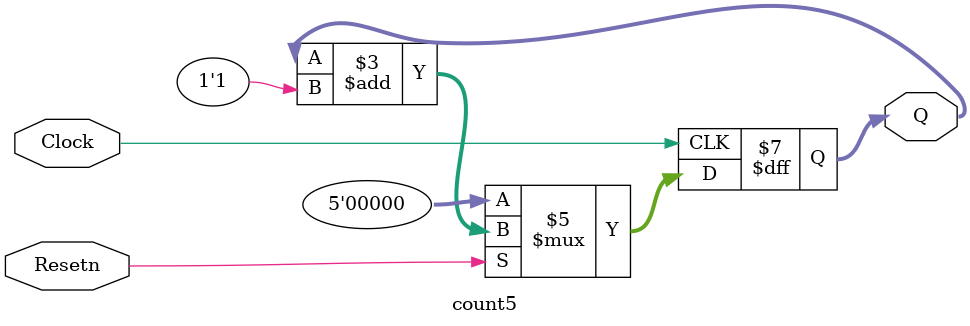
<source format=v>
module part2 (KEY, SW, LEDR);
	input [2:0] KEY;
	input [17:17] SW;
	output [17:0] LEDR;	

	wire Done, Resetn, PClock, MClock, Run;
	wire [15:0] DIN, Bus;
	wire [4:0] pc;

	assign Resetn = KEY[0];
	assign PClock = KEY[1];
	assign MClock = KEY[2];
	assign Run = SW[17];

	// module proc(DIN, Resetn, Clock, Run, Done, BusWires);
	proc U1 (DIN, Resetn, PClock, Run, Done, Bus);
	assign LEDR[15:0] = Bus;
	assign LEDR[17] = Done;

	inst_mem U2 (pc, MClock, DIN);
	count5 U3 (Resetn, MClock, pc);

endmodule

module count5 (Resetn, Clock, Q);
	input Resetn, Clock;
	output reg [4:0] Q;

	always @ (posedge Clock)
		if (Resetn == 0)
			Q <= 5'b00000;
		else
			Q <= Q + 1'b1;
 endmodule

</source>
